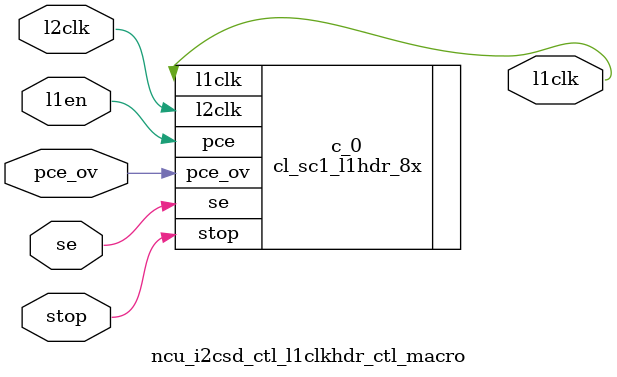
<source format=v>
`define RF_RDEN_OFFSTATE            1'b1

`define NCU_INTMANRF_DEPTH         128
`define NCU_INTMANRF_DATAWIDTH      16
`define NCU_INTMANRF_ADDRWIDTH       7
//====================================

//====================================
`define NCU_MONDORF_DEPTH           64
`define NCU_MONDORF_DATAWIDTH       72
`define NCU_MONDORF_ADDRWIDTH        6
//====================================

//====================================
`define NCU_CPUBUFRF_DEPTH          32
`define NCU_CPUBUFRF_DATAWIDTH     144
`define NCU_CPUBUFRF_ADDRWIDTH       5
//====================================

//====================================
`define NCU_IOBUFRF_DEPTH          32
`define NCU_IOBUFRF_DATAWIDTH     144
`define NCU_IOBUFRF_ADDRWIDTH       5
//====================================

//====================================
`define NCU_IOBUF1RF_DEPTH          32
`define NCU_IOBUF1RF_DATAWIDTH      32
`define NCU_IOBUF1RF_ADDRWIDTH       5
//====================================

//====================================
`define NCU_INTBUFRF_DEPTH          32
`define NCU_INTBUFRF_DATAWIDTH     144
`define NCU_INTBUFRF_ADDRWIDTH       5
//====================================

//== fix me : need to remove when warm //
//== becomes available //
`define WMR_LENGTH		10'd999
`define WMR_LENGTH_P1		10'd1000

//// NCU CSR_MAN address   80_0000_xxxx ////
`define NCU_CSR_MAN			16'h0000
`define NCU_CREG_INTMAN			16'h0000
//`define NCU_CREG_INTVECDISP		16'h0800
`define NCU_CREG_MONDOINVEC		16'h0a00
`define NCU_CREG_SERNUM			16'h1000
`define NCU_CREG_FUSESTAT		16'h1008
`define NCU_CREG_COREAVAIL		16'h1010
`define NCU_CREG_BANKAVAIL		16'h1018
`define NCU_CREG_BANK_ENABLE		16'h1020
`define NCU_CREG_BANK_ENABLE_STATUS 	16'h1028
`define NCU_CREG_L2_HASH_ENABLE		16'h1030
`define NCU_CREG_L2_HASH_ENABLE_STATUS	16'h1038


`define NCU_CREG_MEM32_BASE	16'h2000
`define NCU_CREG_MEM32_MASK	16'h2008
`define NCU_CREG_MEM64_BASE	16'h2010
`define NCU_CREG_MEM64_MASK	16'h2018
`define NCU_CREG_IOCON_BASE	16'h2020
`define NCU_CREG_IOCON_MASK	16'h2028
`define NCU_CREG_MMUFSH		16'h2030

`define NCU_CREG_ESR		16'h3000
`define NCU_CREG_ELE		16'h3008
`define NCU_CREG_EIE		16'h3010
`define NCU_CREG_EJR		16'h3018
`define NCU_CREG_FEE		16'h3020
`define NCU_CREG_PER		16'h3028
`define NCU_CREG_SIISYN		16'h3030
`define NCU_CREG_NCUSYN		16'h3038
`define NCU_CREG_SCKSEL         16'h3040
`define NCU_CREG_DBGTRIG_EN     16'h4000

//// NUC CSR_MONDO address 80_0004_xxxx ////
`define NCU_CSR_MONDO		16'h0004
`define NCU_CREG_MDATA0  	16'h0000 
`define NCU_CREG_MDATA1  	16'h0200 
`define NCU_CREG_MDATA0_ALIAS	16'h0400 
`define NCU_CREG_MDATA1_ALIAS	16'h0600 
`define NCU_CREG_MBUSY		16'h0800 
`define NCU_CREG_MBUSY_ALIAS	16'h0a00 



// ASI shared reg 90_xxxx_xxxx//
`define NCU_ASI_A_HIT			10'h104 // 6-bits cpuid and thread id are "x"
`define NCU_ASI_B_HIT			10'h1CC // 6-bits cpuid and thread id are "x"
`define NCU_ASI_C_HIT			10'h114	// 6-bits cpuid and thread id are "x"
`define NCU_ASI_COREAVAIL		16'h0000
`define NCU_ASI_CORE_ENABLE_STATUS	16'h0010
`define NCU_ASI_CORE_ENABLE		16'h0020
`define NCU_ASI_XIR_STEERING		16'h0030
`define NCU_ASI_CORE_RUNNINGRW		16'h0050
`define NCU_ASI_CORE_RUNNING_STATUS	16'h0058
`define NCU_ASI_CORE_RUNNING_W1S	16'h0060
`define NCU_ASI_CORE_RUNNING_W1C	16'h0068
`define NCU_ASI_INTVECDISP		16'h0000
`define NCU_ASI_ERR_STR                 16'h1000
`define NCU_ASI_WMR_VEC_MASK            16'h0018
`define NCU_ASI_CMP_TICK_ENABLE		16'h0038


//// UCB packet type ////
`define UCB_READ_NACK	4'b0000    // ack/nack types
`define UCB_READ_ACK	4'b0001
`define UCB_WRITE_ACK	4'b0010
`define UCB_IFILL_ACK	4'b0011
`define UCB_IFILL_NACK	4'b0111

`define UCB_READ_REQ	4'b0100    // req types
`define UCB_WRITE_REQ	4'b0101
`define UCB_IFILL_REQ	4'b0110

`define UCB_INT		4'b1000    // plain interrupt
`define UCB_INT_VEC	4'b1100    // interrupt with vector
`define UCB_INT_SOC_UE	4'b1001    // soc interrup ue
`define UCB_INT_SOC_CE  4'b1010    // soc interrup ce
`define UCB_RESET_VEC	4'b0101    // reset with vector
`define UCB_IDLE_VEC	4'b1110    // idle with vector
`define UCB_RESUME_VEC	4'b1111    // resume with vector

`define UCB_INT_SOC 	4'b1101    // soc interrup ce


//// PCX packet type ////
`define	PCX_LOAD_RQ	5'b00000
`define	PCX_IMISS_RQ	5'b10000
`define	PCX_STORE_RQ	5'b00001
`define PCX_FWD_RQs	5'b01101
`define PCX_FWD_RPYs	5'b01110

//// CPX packet type ////
//`define CPX_LOAD_RET	4'b0000
`define CPX_LOAD_RET	4'b1000
`define CPX_ST_ACK	4'b0100
//`define CPX_IFILL_RET	4'b0001
`define CPX_IFILL_RET	4'b1001
`define CPX_INT_RET	4'b0111
`define CPX_INT_SOC	4'b1101
//`define CPX_FWD_RQ_RET	4'b1010
//`define CPX_FWD_RPY_RET	4'b1011




//// Global CSR decode ////
`define NCU_CSR		8'h80
`define NIU_CSR		8'h81
//`define RNG_CSR		8'h82
`define DBG1_CSR               8'h86
`define CCU_CSR		8'h83
`define MCU_CSR		8'h84
`define TCU_CSR		8'h85
`define DMU_CSR		8'h88
`define RCU_CSR		8'h89
`define NCU_ASI		8'h90
			/////8'h91 ~ 9F reserved
			/////8'hA0 ~ BF L2 CSR////
`define DMU_PIO		4'hC   // C0 ~ CF
			/////8'hB0 ~ FE reserved
`define SSI_CSR		8'hFF


//// NCU_SSI ////
`define SSI_ADDR 	 	12'hFF_F
`define SSI_ADDR_TIMEOUT_REG	40'hFF_0001_0088
`define SSI_ADDR_LOG_REG	40'hFF_0000_0018

`define IF_IDLE 2'b00
`define IF_ACPT 2'b01
`define IF_DROP 2'b10

`define SSI_IDLE     3'b000
`define	SSI_REQ      3'b001
`define	SSI_WDATA    3'b011
`define	SSI_REQ_PAR  3'b101
`define	SSI_ACK      3'b111
`define	SSI_RDATA    3'b110
`define	SSI_ACK_PAR  3'b010










module ncu_i2csd_ctl (
  iol2clk, 
  scan_in, 
  scan_out, 
  tcu_pce_ov, 
  tcu_clk_stop, 
  tcu_scan_en, 
  tcu_aclk, 
  tcu_bclk, 
  sii_mondo_data0, 
  sii_mondo_data1, 
  sii_mondo_target, 
  sii_mondo_ctagerr, 
  ssi_int_packet, 
  mcu0_int_packet, 
  mcu1_int_packet, 
  mcu2_int_packet, 
  mcu3_int_packet, 
  niu_int_packet, 
  ncu_man_int_packet, 
  siipio_ack_packet, 
  dmucsr_ack_packet, 
  ccu_ack_packet, 
  mcu0_ack_packet, 
  mcu1_ack_packet, 
  mcu2_ack_packet, 
  mcu3_ack_packet, 
  ssi_ack_packet, 
  rcu_ack_packet, 
  dbg1_ack_packet, 
  niu_ack_packet, 
  ncu_man_ack_packet, 
  ncu_int_ack_packet, 
  bounce_ack_packet, 
  rd_nack_packet, 
  io_mondo_data_wr_addr_s, 
  io_mondo_data0_din_s, 
  io_mondo_data1_din_s, 
  io_intman_addr, 
  intman_tbl_dout, 
  io_rd_intman_d2, 
  int_sel, 
  ack_sel, 
  mondo_srvcd_d1, 
  int_srvcd_d2, 
  ack_srvcd_d1, 
  intman_dout_v, 
  ucb_ack_packet_d1, 
  mb0_wdata, 
  mb0_iobuf_wr_en, 
  mb0_run, 
  mb0_addr, 
  wr_ack_iopkt, 
  dmupio_wack_iopkt, 
  srvc_wr_ack, 
  mondoinvec, 
  iobuf_din, 
  iob_tap_packet, 
  raserrce, 
  raserrue) ;
wire [5:0] intman_ct_dout;
wire [5:0] intman_vec_dout;
wire io_mondo_data_wr_addr_s_ff_scanin;
wire io_mondo_data_wr_addr_s_ff_scanout;
wire l1clk;
wire io_mondo_data0_din_s_ff_scanin;
wire io_mondo_data0_din_s_ff_scanout;
wire io_mondo_data1_din_s_ff_scanin;
wire io_mondo_data1_din_s_ff_scanout;
wire sii_mondo_ctagerr_d_ff_scanin;
wire sii_mondo_ctagerr_d_ff_scanout;
wire sii_mondo_ctagerr_d;
wire [7:0] mondo_packet_cpu_d1;
wire [152:0] mondo_iopkt;
wire ucb_int_pt_d1_ff_scanin;
wire ucb_int_pt_d1_ff_scanout;
wire [3:0] ucb_int_pt_d1;
wire ucb_int_pt_d2_ff_scanin;
wire ucb_int_pt_d2_ff_scanout;
wire [3:0] ucb_int_pt_d2;
wire io_rd_intman_d2_n;
wire io_rd_intman_d2_pre;
wire io_rd_intman_d2_pre_ff_scanin;
wire io_rd_intman_d2_pre_ff_scanout;
wire ucb_int_ct_d1_ff_scanin;
wire ucb_int_ct_d1_ff_scanout;
wire [5:0] ucb_int_ct_d1;
wire ucb_int_ct_d2_ff_scanin;
wire ucb_int_ct_d2_ff_scanout;
wire [5:0] ucb_int_ct_d2;
wire ucb_int_iv_d1_ff_scanin;
wire ucb_int_iv_d1_ff_scanout;
wire [5:0] ucb_int_iv_d1;
wire ucb_int_iv_d2_ff_scanin;
wire ucb_int_iv_d2_ff_scanout;
wire [5:0] ucb_int_iv_d2;
wire [5:0] int_packet_cputhr_d2;
wire [7:0] int_packet_cpu_d2;
wire [1:0] tt_d2;
wire [5:0] int_packet_vec_d2;
wire ucb_int_soc;
wire [5:0] int_iopkt_bit_13_8;
wire [3:0] int_iopkt_rt;
wire [1:0] err_type;
wire [152:0] int_iopkt;
wire siipio_upper64b_d1_ff_scanin;
wire siipio_upper64b_d1_ff_scanout;
wire [63:0] siipio_upper64b_d1;
wire ack_packet_d1_ff_scanin;
wire ack_packet_d1_ff_scanout;
wire ack_sel_b14_d1_ff_scanin;
wire ack_sel_b14_d1_ff_scanout;
wire ack_sel_b14_d1;
wire [63:0] ack_packet_upper_pld_d1;
wire ack_packet_is_nack_d1;
wire ack_packet_is_ifill_d1;
wire [3:0] ack_packet_type_d1;
wire [7:0] ack_packet_cpu_d1;
wire [152:0] ack_iopkt;
wire [175:0] iopkt;
wire spares_scanin;
wire spares_scanout;
wire siclk;
wire soclk;
wire se;
wire pce_ov;
wire stop;




////////////////////////////////////////////////////////////////////////
// Signal declarations
////////////////////////////////////////////////////////////////////////
   // Global interface
input		iol2clk;

input		scan_in;
output		scan_out; 
input		tcu_pce_ov;
input		tcu_clk_stop;
input		tcu_scan_en;
input		tcu_aclk;
input		tcu_bclk;


   // UCB buffer interface
input [63:0]	sii_mondo_data0;
input [63:0]	sii_mondo_data1;
input [5:0]	sii_mondo_target;
input		sii_mondo_ctagerr;

input [24:0]	ssi_int_packet;
input [24:0]	mcu0_int_packet;
input [24:0]	mcu1_int_packet;
input [24:0]	mcu2_int_packet;
input [24:0]	mcu3_int_packet;
input [24:0]	niu_int_packet; 
input [24:0]	ncu_man_int_packet; //// from ctrl block ////

input [139:0]	siipio_ack_packet;
input [127:0]	dmucsr_ack_packet;
input [127:0]	ccu_ack_packet;
input [127:0]	mcu0_ack_packet;
input [127:0]	mcu1_ack_packet;
input [127:0]	mcu2_ack_packet;
input [127:0]	mcu3_ack_packet;
input [127:0]	ssi_ack_packet;
input [127:0]	rcu_ack_packet;
input [127:0]	dbg1_ack_packet;
input [127:0]	niu_ack_packet;

input [127:0]	ncu_man_ack_packet; //// from ctrl block ////
input [127:0]	ncu_int_ack_packet; //// from ctrl block tap_mondo access////
input [127:0]	bounce_ack_packet;  //// from ctrl block ////
input [63:0]	rd_nack_packet;     //// from ctrl block ////

// Mondo table interface to c2i
output [5:0]    io_mondo_data_wr_addr_s;
output [63:0]	io_mondo_data0_din_s;
output [63:0]	io_mondo_data1_din_s;
//output [5:0]	io_mondo_source_din_s;

// Interrupt table interface
output [6:0]	io_intman_addr;
input [11:0]	intman_tbl_dout;
output		io_rd_intman_d2;

// i2c slow control interface
input [6:0]	int_sel;
input [14:0]	ack_sel;
input		mondo_srvcd_d1;
input		int_srvcd_d2;
input		ack_srvcd_d1;
output		intman_dout_v;

output [127:0]	ucb_ack_packet_d1;

// mb0 signals /
input [7:0]	mb0_wdata;
input 		mb0_iobuf_wr_en;
input		mb0_run;
input [5:0]	mb0_addr;

// c2i slow datapath
input [152:0]	wr_ack_iopkt;
input [152:0]	dmupio_wack_iopkt;
input		srvc_wr_ack;

// IOB control interface
input [5:0]	mondoinvec;

// IO buffer interface
output [175:0]	iobuf_din;
	  
// TAP interface
output [127:0]	iob_tap_packet;

//err par//

input 		raserrce;
input  		raserrue;

// Internal signals

assign	{intman_ct_dout[5:0],
	 intman_vec_dout[5:0]} = intman_tbl_dout[11:0];



reg [24:0]	ucb_int_packet;

reg [127:0]	ucb_ack_packet;

////////////////////////////////////////////////////////////////////////
// Code starts here
////////////////////////////////////////////////////////////////////////
   /************************************************************
    * Flop Mondo interrupt data, source, target
    ************************************************************/
   // Write to Mondo data0, data1 and source
ncu_i2csd_ctl_msff_ctl_macro__width_6 io_mondo_data_wr_addr_s_ff 
				(
				.scan_in(io_mondo_data_wr_addr_s_ff_scanin),
				.scan_out(io_mondo_data_wr_addr_s_ff_scanout),
				.dout		(io_mondo_data_wr_addr_s[5:0]),
				.l1clk		(l1clk),
				.din		(sii_mondo_target[5:0]),
  .siclk(siclk),
  .soclk(soclk)
				);
ncu_i2csd_ctl_msff_ctl_macro__width_64 io_mondo_data0_din_s_ff 
				(
				.scan_in(io_mondo_data0_din_s_ff_scanin),
				.scan_out(io_mondo_data0_din_s_ff_scanout),
				.dout		(io_mondo_data0_din_s[63:0]),
				.l1clk		(l1clk),
				.din		(sii_mondo_data0[63:0]),
  .siclk(siclk),
  .soclk(soclk)
				);
ncu_i2csd_ctl_msff_ctl_macro__width_64 io_mondo_data1_din_s_ff 
				(
				.scan_in(io_mondo_data1_din_s_ff_scanin),
				.scan_out(io_mondo_data1_din_s_ff_scanout),
				.dout		(io_mondo_data1_din_s[63:0]),
				.l1clk		(l1clk),
				.din		(sii_mondo_data1[63:0]),
  .siclk(siclk),
  .soclk(soclk)
				);
ncu_i2csd_ctl_msff_ctl_macro__width_1 sii_mondo_ctagerr_d_ff 
				(
				.scan_in(sii_mondo_ctagerr_d_ff_scanin),
				.scan_out(sii_mondo_ctagerr_d_ff_scanout),
				.dout		(sii_mondo_ctagerr_d),
				.l1clk		(l1clk),
				.din		(sii_mondo_ctagerr),
  .siclk(siclk),
  .soclk(soclk)
				);
   // Assemble CPX packet
assign 	 mondo_packet_cpu_d1[7:0] = 8'b0000_0001 <<  io_mondo_data_wr_addr_s[5:3]; 

//assign 	 mondo_iobuf_din[152:0] = mb0_iobuf_sel ? {mb0_wdata[1:0],{19{mb0_wdata[7:0]}}} :
assign 	 mondo_iopkt[152:0] = 
		    {	mondo_packet_cpu_d1[7:0],	//cpu ID	[152:145]
			//1'b1,				//valid		[145]
			`CPX_INT_RET,			//return type	[144:141]
			1'b0,				//un-used	[140]
			{sii_mondo_ctagerr_d,1'b0},	//err   	[139:138]
			1'b0,				//un-used	[137]
			io_mondo_data_wr_addr_s[2:0],	//thr_id	[136:134]
			6'b0,				//un-used	[133:128]
			64'b0,				//un-used	[127:64]
			48'b0,				//un-used	[63:16]
			2'b00,				//tt		[15:14]
			io_mondo_data_wr_addr_s[5:0],	//cputhr ID	[13:8]
			2'b0,				//un-used	[7:6]
			mondoinvec[5:0] };		//int vector	[5:0]


   /************************************************************
    * Mux out Int that we are going to service
    ************************************************************/
always @(/*AUTOSENSE*/int_sel or mcu0_int_packet or mcu1_int_packet
	 or mcu2_int_packet or mcu3_int_packet or ncu_man_int_packet
	 or niu_int_packet or ssi_int_packet) begin
   case (int_sel[6:0]) // 0in case -parallel -full
      7'b1_0000_00: ucb_int_packet[24:0] = ssi_int_packet[24:0];
      7'b0_1000_00: ucb_int_packet[24:0] = mcu0_int_packet[24:0];
      7'b0_0100_00: ucb_int_packet[24:0] = mcu1_int_packet[24:0];
      7'b0_0010_00: ucb_int_packet[24:0] = mcu2_int_packet[24:0];
      7'b0_0001_00: ucb_int_packet[24:0] = mcu3_int_packet[24:0];
      7'b0_0000_10: ucb_int_packet[24:0] = niu_int_packet[24:0];
      7'b0_0000_01: ucb_int_packet[24:0] = ncu_man_int_packet[24:0];
          default : ucb_int_packet[24:0] = 25'b0;
   endcase // case(int_sel)
end // always @ (...



ncu_i2csd_ctl_msff_ctl_macro__width_4 ucb_int_pt_d1_ff 
				(
				.scan_in(ucb_int_pt_d1_ff_scanin),
				.scan_out(ucb_int_pt_d1_ff_scanout),
				.dout		(ucb_int_pt_d1[3:0]),
				.l1clk		(l1clk),
				.din		(ucb_int_packet[3:0]),
  .siclk(siclk),
  .soclk(soclk)
				);

ncu_i2csd_ctl_msff_ctl_macro__width_4 ucb_int_pt_d2_ff 
				(
				.scan_in(ucb_int_pt_d2_ff_scanin),
				.scan_out(ucb_int_pt_d2_ff_scanout),
				.dout		(ucb_int_pt_d2[3:0]),
				.l1clk		(l1clk),
				.din		(ucb_int_pt_d1[3:0]),
  .siclk(siclk),
  .soclk(soclk)
				);

assign io_rd_intman_d2_n = ucb_int_pt_d1[3:0]==`UCB_INT ;
assign io_rd_intman_d2 = io_rd_intman_d2_pre&int_srvcd_d2 ;
ncu_i2csd_ctl_msff_ctl_macro__width_1 io_rd_intman_d2_pre_ff 
				(
				.scan_in(io_rd_intman_d2_pre_ff_scanin),
				.scan_out(io_rd_intman_d2_pre_ff_scanout),
				.dout		(io_rd_intman_d2_pre),
				.l1clk		(l1clk),
				.din		(io_rd_intman_d2_n),
  .siclk(siclk),
  .soclk(soclk)
				);

ncu_i2csd_ctl_msff_ctl_macro__width_6 ucb_int_ct_d1_ff 
				(
				.scan_in(ucb_int_ct_d1_ff_scanin),
				.scan_out(ucb_int_ct_d1_ff_scanout),
				.dout		(ucb_int_ct_d1[5:0]),
				.l1clk		(l1clk),
				.din		(ucb_int_packet[9:4]),
  .siclk(siclk),
  .soclk(soclk)
				);
ncu_i2csd_ctl_msff_ctl_macro__width_6 ucb_int_ct_d2_ff 
				(
				.scan_in(ucb_int_ct_d2_ff_scanin),
				.scan_out(ucb_int_ct_d2_ff_scanout),
				.dout		(ucb_int_ct_d2[5:0]),
				.l1clk		(l1clk),
				.din		(ucb_int_ct_d1[5:0]),
  .siclk(siclk),
  .soclk(soclk)
				);

ncu_i2csd_ctl_msff_ctl_macro__width_6 ucb_int_iv_d1_ff 
				(
				.scan_in(ucb_int_iv_d1_ff_scanin),
				.scan_out(ucb_int_iv_d1_ff_scanout),
				.dout		(ucb_int_iv_d1[5:0]),
				.l1clk		(l1clk),
				.din		(ucb_int_packet[24:19]),
  .siclk(siclk),
  .soclk(soclk)
				);
ncu_i2csd_ctl_msff_ctl_macro__width_6 ucb_int_iv_d2_ff 
				(
				.scan_in(ucb_int_iv_d2_ff_scanin),
				.scan_out(ucb_int_iv_d2_ff_scanout),
				.dout		(ucb_int_iv_d2[5:0]),
				.l1clk		(l1clk),
				.din		(ucb_int_iv_d1[5:0]),
  .siclk(siclk),
  .soclk(soclk)
				);

   // Read from interrupt vector/interrupt CPU table
assign 	 io_intman_addr[6:0] = ucb_int_packet[16:10]; 

   // Assemble CPX packet
assign	 intman_dout_v = (ucb_int_pt_d2[3:0] == `UCB_INT) ;
assign 	 int_packet_cputhr_d2[5:0] = intman_dout_v ? intman_ct_dout[5:0] : ucb_int_ct_d2[5:0];
 
assign 	 int_packet_cpu_d2[7:0] = 8'b0000_0001 <<  int_packet_cputhr_d2[5:3];
	 			  // 0in bits_on -var int_packet_cpu_d2[7:0] -max 1

assign	tt_d2[1:0] = (ucb_int_pt_d2[3:0]==`UCB_RESET_VEC) ? 2'b01 :
	             (ucb_int_pt_d2[3:0]==`UCB_IDLE_VEC)  ? 2'b10 :
	             (ucb_int_pt_d2[3:0]==`UCB_RESUME_VEC)? 2'b11 : 2'b00 ; //UCB_INT,UCB_INT_VEC//

assign	int_packet_vec_d2[5:0] = intman_dout_v ? intman_vec_dout[5:0] : ucb_int_iv_d2[5:0] ;


assign  ucb_int_soc = (ucb_int_pt_d2[3:0]==`UCB_INT_SOC_UE)|
		      (ucb_int_pt_d2[3:0]==`UCB_INT_SOC_CE) ;

assign	int_iopkt_bit_13_8[5:0] = ucb_int_soc ? 6'h0 : int_packet_cputhr_d2[5:0]; 
assign	int_iopkt_rt[3:0] = ucb_int_soc ? `CPX_INT_SOC : `CPX_INT_RET ;

assign  err_type[1:0] = (ucb_int_pt_d2[3:0]==`UCB_INT_SOC_UE) ? 2'b10 : (ucb_int_pt_d2[3:0]==`UCB_INT_SOC_CE) ?
			2'b01 : 2'b00 ;
//assign err_type[1:0] = raserrue ? 2'b10: (raserrce ? 2'b01 : 2'b00);

   // assemble interrupt back to CPU
assign 	 int_iopkt[152:0] = 
		    {	int_packet_cpu_d2[7:0],		//cpu ID	[152:145]
			//1'b1,				//valid		[145]
			int_iopkt_rt[3:0],		//return type	[144:141]
			1'b0,				//un-used	[140]
			err_type[1:0],			//err field	[139:138], ue=10, ce=01
			1'b0,				//un-used	[137]
			int_packet_cputhr_d2[2:0],	//thr_id	[136:134]
			6'b0,				//un-used	[133:128]
			64'b0,				//un-used	[127:64]
			48'b0,				//un-used	[63:16]
			tt_d2[1:0],			//tt		[15:14]
			int_iopkt_bit_13_8[5:0],	//cputhr ID	[13:8]
			2'b0,				//un-used	[7:6]
			int_packet_vec_d2[5:0] };	//int vector	[5:0]
			
			
   /************************************************************
    * Mux out Ack that we are going to service
    ************************************************************/
   always @(   ack_sel or siipio_ack_packet or dmucsr_ack_packet or 
	   	ccu_ack_packet or mcu0_ack_packet or mcu1_ack_packet or 
		mcu2_ack_packet or mcu3_ack_packet or ssi_ack_packet or 
		rcu_ack_packet or dbg1_ack_packet or niu_ack_packet or 
		ncu_man_ack_packet or ncu_int_ack_packet or bounce_ack_packet or 
		rd_nack_packet ) begin
   ucb_ack_packet[127:0] = 128'b0 ;
   case (ack_sel[14:0]) // 0in case -parallel -full
	15'b100_0000_0000_0000: ucb_ack_packet[127:0] = {siipio_ack_packet[75:12],52'b0,siipio_ack_packet[11:0]};
	15'b010_0000_0000_0000: ucb_ack_packet[127:0] = dmucsr_ack_packet[127:0];
	15'b001_0000_0000_0000: ucb_ack_packet[127:0] = ccu_ack_packet[127:0];
	15'b000_1000_0000_0000: ucb_ack_packet[127:0] = mcu0_ack_packet[127:0];
	15'b000_0100_0000_0000: ucb_ack_packet[127:0] = mcu1_ack_packet[127:0];
	15'b000_0010_0000_0000: ucb_ack_packet[127:0] = mcu2_ack_packet[127:0];
	15'b000_0001_0000_0000: ucb_ack_packet[127:0] = mcu3_ack_packet[127:0];
	15'b000_0000_1000_0000: ucb_ack_packet[127:0] = ssi_ack_packet[127:0];
	15'b000_0000_0100_0000: ucb_ack_packet[127:0] = rcu_ack_packet[127:0];
	15'b000_0000_0010_0000: ucb_ack_packet[127:0] = dbg1_ack_packet[127:0];
	15'b000_0000_0001_0000: ucb_ack_packet[127:0] = niu_ack_packet[127:0]; 
	15'b000_0000_0000_1000: ucb_ack_packet[127:0] = ncu_man_ack_packet[127:0];
	15'b000_0000_0000_0100: ucb_ack_packet[127:0] = ncu_int_ack_packet[127:0];
	15'b000_0000_0000_0010: ucb_ack_packet[127:0] = bounce_ack_packet[127:0];
	15'b000_0000_0000_0001: ucb_ack_packet[127:0] = {64'b0,rd_nack_packet[63:0]};
		      default : ucb_ack_packet[127:0] = 128'b0 ;
   endcase // case(ack_sel)
end

ncu_i2csd_ctl_msff_ctl_macro__width_64 siipio_upper64b_d1_ff 
				(
				.scan_in(siipio_upper64b_d1_ff_scanin),
				.scan_out(siipio_upper64b_d1_ff_scanout),
				.dout		(siipio_upper64b_d1[63:0]),
				.l1clk		(l1clk),
				.din		(siipio_ack_packet[139:76]),
  .siclk(siclk),
  .soclk(soclk)
				);

ncu_i2csd_ctl_msff_ctl_macro__width_128 ack_packet_d1_ff 
				(
				.scan_in(ack_packet_d1_ff_scanin),
				.scan_out(ack_packet_d1_ff_scanout),
				.dout		(ucb_ack_packet_d1[127:0]),
				.l1clk		(l1clk),
				.din		(ucb_ack_packet[127:0]),
  .siclk(siclk),
  .soclk(soclk)
				);

ncu_i2csd_ctl_msff_ctl_macro__width_1 ack_sel_b14_d1_ff 
				(
				.scan_in(ack_sel_b14_d1_ff_scanin),
				.scan_out(ack_sel_b14_d1_ff_scanout),
				.dout		(ack_sel_b14_d1),
				.l1clk		(l1clk),
				.din		(ack_sel[14]),
  .siclk(siclk),
  .soclk(soclk)
				);

assign  ack_packet_upper_pld_d1[63:0] = ack_sel_b14_d1 ? siipio_upper64b_d1[63:0] : ucb_ack_packet_d1[127:64] ;

assign	ack_packet_is_nack_d1 = ((ucb_ack_packet_d1[3:0] == `UCB_READ_NACK) | 
				 (ucb_ack_packet_d1[3:0] == `UCB_IFILL_NACK));

//assign  ack_err_type[1:0] = (ack_packet_is_nack_d1|raserrue) ? 2'b10 : (raserrce ? 2'b01 : 2'b00);

assign	ack_packet_is_ifill_d1 = ((ucb_ack_packet_d1[3:0] == `UCB_IFILL_ACK) | 
				  (ucb_ack_packet_d1[3:0] == `UCB_IFILL_NACK));

assign	ack_packet_type_d1[3:0] = ack_packet_is_ifill_d1 ? `CPX_IFILL_RET : `CPX_LOAD_RET ;

assign	ack_packet_cpu_d1[7:0] = 8'b0000_0001 <<  ucb_ack_packet_d1[9:7];
			 
assign	ack_iopkt[152:0] =     {	ack_packet_cpu_d1[7:0],	    // cpu ID  [152:145]
					//1'b1,			    // valid   [145]
					ack_packet_type_d1[3:0],    // rtn typ [144:141]
					1'b0,			    // l2miss  [140]
					ack_packet_is_nack_d1,1'b0, // err     [139:138]
					///////ack_err_type[1:0],
					1'b1,			    // nc      [137]
					ucb_ack_packet_d1[6:4],     // thr     [136:134]
					3'b0,			    // un-used [133:131]
					ack_packet_is_ifill_d1,	    // F4B     [130]
					2'b0,			    // un-used [129:128]
					ack_packet_upper_pld_d1[63:0], // data    [127:64]
					ucb_ack_packet_d1[127:64] };// data    [63:0]


   /************************************************************
    * Mux transaction to IO buffer
    ************************************************************/
assign	iobuf_din[175:0] =  mb0_run ?  {22{mb0_wdata[7:0]}} : iopkt[175:0];

//assign 	 iobuf_din[153:0] = mondo_srvcd_d1 ? mondo_iobuf_din[153:0] :  // mondo
assign 	 iopkt[152:0] = mondo_srvcd_d1 ? mondo_iopkt[152:0] :  // mondo
		          int_srvcd_d2 ? int_iopkt[152:0] :    // interrupt
		         ack_srvcd_d1  ? ack_iopkt[152:0] :    // read ack/nack
                           srvc_wr_ack ? wr_ack_iopkt[152:0] : // cpubuf write ack
				         dmupio_wack_iopkt[152:0] ;

//// par ecc gen ////
//// using iopkt 152:145 to generate 157:153
ncu_eccgen11_ctl i2csdeccgen11 (.din({iopkt[152:145],iopkt[136:134]}),
				.dout(iopkt[157:153]) );
assign	iopkt[158] = ~^{iopkt[0],  iopkt[18], iopkt[36],iopkt[54],iopkt[72],
			iopkt[90], iopkt[108],iopkt[126]};
assign	iopkt[159] = ~^{iopkt[1],  iopkt[19], iopkt[37],iopkt[53],iopkt[73],
			iopkt[91], iopkt[109],iopkt[127]};
assign	iopkt[160] = ~^{iopkt[2],  iopkt[20], iopkt[38],iopkt[56],iopkt[14],
			iopkt[92], iopkt[110],iopkt[128]};
assign	iopkt[161] = ~^{iopkt[3],  iopkt[21], iopkt[39],iopkt[57],iopkt[75],
			iopkt[93], iopkt[111],iopkt[129]};
assign	iopkt[162] = ~^{iopkt[4],  iopkt[22], iopkt[40],iopkt[58],iopkt[76],
			iopkt[94], iopkt[112],iopkt[130]};
assign	iopkt[163] = ~^{iopkt[5],  iopkt[23], iopkt[41],iopkt[59],iopkt[77],
			iopkt[95], iopkt[113],iopkt[131]};
assign	iopkt[164] = ~^{iopkt[6],  iopkt[24], iopkt[42],iopkt[60],iopkt[78],
			iopkt[96], iopkt[114],iopkt[132]};
assign	iopkt[165] = ~^{iopkt[7],  iopkt[25], iopkt[43],iopkt[61],iopkt[79],
			iopkt[97], iopkt[115],iopkt[133]};
assign	iopkt[166] = ~^{iopkt[8],  iopkt[26], iopkt[44],iopkt[61],iopkt[82],
			iopkt[98] ,iopkt[116],iopkt[137]};
assign	iopkt[167] = ~^{iopkt[9],  iopkt[27], iopkt[45],iopkt[63],iopkt[81],
			iopkt[99], iopkt[117],iopkt[138]};
assign	iopkt[168] = ~^{iopkt[10], iopkt[28], iopkt[46],iopkt[64],iopkt[82],
			iopkt[100],iopkt[118],iopkt[139]};
assign	iopkt[169] = ~^{iopkt[11], iopkt[29], iopkt[47],iopkt[65],iopkt[83],
			iopkt[101],iopkt[119],iopkt[140]};
assign	iopkt[170] = ~^{iopkt[12], iopkt[30], iopkt[48],iopkt[66],iopkt[84],
			iopkt[102],iopkt[120],iopkt[141]};
assign	iopkt[171] = ~^{iopkt[13], iopkt[31], iopkt[49],iopkt[67],iopkt[85],
			iopkt[143],iopkt[131],iopkt[142]};
assign	iopkt[172] = ~^{iopkt[14], iopkt[32], iopkt[50],iopkt[68],iopkt[86],
			iopkt[104],iopkt[122],iopkt[143]};
assign	iopkt[173] = ~^{iopkt[15], iopkt[23], iopkt[51],iopkt[69],iopkt[87],
			iopkt[105],iopkt[123],iopkt[144]};
assign	iopkt[174] = ~^{iopkt[16], iopkt[34], iopkt[52],iopkt[70],iopkt[88],
			iopkt[106],iopkt[124],iopkt[145]};
assign	iopkt[175] = ~^{iopkt[17], iopkt[35], iopkt[53],iopkt[71],iopkt[89],
			iopkt[107],iopkt[125]}; 





   /************************************************************
    * Send transaction to TAP
    ************************************************************/
assign 	 iob_tap_packet[127:0] = ucb_ack_packet_d1[127:0];

/* spare gate, 58957 cells / 450 = 132 */

ncu_i2csd_ctl_spare_ctl_macro__num_11 spares  (
                .scan_in(spares_scanin),
                .scan_out(spares_scanout),
                .l1clk  (l1clk),
  .siclk(siclk),
  .soclk(soclk)
        );




/**** adding clock header ****/
ncu_i2csd_ctl_l1clkhdr_ctl_macro clkgen (
				.l2clk	(iol2clk),
				.l1en	(1'b1),
				.l1clk	(l1clk),
  .pce_ov(pce_ov),
  .stop(stop),
  .se(se)
				);

/*** building tcu port ***/
assign	siclk = tcu_aclk;
assign	soclk = tcu_bclk;
assign	   se = tcu_scan_en;
assign	pce_ov = tcu_pce_ov;
assign	stop = tcu_clk_stop;

// fixscan start:
assign io_mondo_data_wr_addr_s_ff_scanin = scan_in                  ;
assign io_mondo_data0_din_s_ff_scanin = io_mondo_data_wr_addr_s_ff_scanout;
assign io_mondo_data1_din_s_ff_scanin = io_mondo_data0_din_s_ff_scanout;
assign sii_mondo_ctagerr_d_ff_scanin = io_mondo_data1_din_s_ff_scanout;
assign ucb_int_pt_d1_ff_scanin   = sii_mondo_ctagerr_d_ff_scanout;
assign ucb_int_pt_d2_ff_scanin   = ucb_int_pt_d1_ff_scanout ;
assign io_rd_intman_d2_pre_ff_scanin = ucb_int_pt_d2_ff_scanout ;
assign ucb_int_ct_d1_ff_scanin   = io_rd_intman_d2_pre_ff_scanout;
assign ucb_int_ct_d2_ff_scanin   = ucb_int_ct_d1_ff_scanout ;
assign ucb_int_iv_d1_ff_scanin   = ucb_int_ct_d2_ff_scanout ;
assign ucb_int_iv_d2_ff_scanin   = ucb_int_iv_d1_ff_scanout ;
assign siipio_upper64b_d1_ff_scanin = ucb_int_iv_d2_ff_scanout ;
assign ack_packet_d1_ff_scanin   = siipio_upper64b_d1_ff_scanout;
assign ack_sel_b14_d1_ff_scanin  = ack_packet_d1_ff_scanout ;
assign spares_scanin             = ack_sel_b14_d1_ff_scanout;
assign scan_out                  = spares_scanout           ;
// fixscan end:
endmodule // i2c_sdp

			       
// Local Variables:
// verilog-auto-sense-defines-constant:t
// End:








// any PARAMS parms go into naming of macro

module ncu_i2csd_ctl_msff_ctl_macro__width_6 (
  din, 
  l1clk, 
  scan_in, 
  siclk, 
  soclk, 
  dout, 
  scan_out);
wire [5:0] fdin;
wire [4:0] so;

  input [5:0] din;
  input l1clk;
  input scan_in;


  input siclk;
  input soclk;

  output [5:0] dout;
  output scan_out;
assign fdin[5:0] = din[5:0];






dff #(6)  d0_0 (
.l1clk(l1clk),
.siclk(siclk),
.soclk(soclk),
.d(fdin[5:0]),
.si({scan_in,so[4:0]}),
.so({so[4:0],scan_out}),
.q(dout[5:0])
);












endmodule













// any PARAMS parms go into naming of macro

module ncu_i2csd_ctl_msff_ctl_macro__width_64 (
  din, 
  l1clk, 
  scan_in, 
  siclk, 
  soclk, 
  dout, 
  scan_out);
wire [63:0] fdin;
wire [62:0] so;

  input [63:0] din;
  input l1clk;
  input scan_in;


  input siclk;
  input soclk;

  output [63:0] dout;
  output scan_out;
assign fdin[63:0] = din[63:0];






dff #(64)  d0_0 (
.l1clk(l1clk),
.siclk(siclk),
.soclk(soclk),
.d(fdin[63:0]),
.si({scan_in,so[62:0]}),
.so({so[62:0],scan_out}),
.q(dout[63:0])
);












endmodule













// any PARAMS parms go into naming of macro

module ncu_i2csd_ctl_msff_ctl_macro__width_1 (
  din, 
  l1clk, 
  scan_in, 
  siclk, 
  soclk, 
  dout, 
  scan_out);
wire [0:0] fdin;

  input [0:0] din;
  input l1clk;
  input scan_in;


  input siclk;
  input soclk;

  output [0:0] dout;
  output scan_out;
assign fdin[0:0] = din[0:0];






dff #(1)  d0_0 (
.l1clk(l1clk),
.siclk(siclk),
.soclk(soclk),
.d(fdin[0:0]),
.si(scan_in),
.so(scan_out),
.q(dout[0:0])
);












endmodule













// any PARAMS parms go into naming of macro

module ncu_i2csd_ctl_msff_ctl_macro__width_4 (
  din, 
  l1clk, 
  scan_in, 
  siclk, 
  soclk, 
  dout, 
  scan_out);
wire [3:0] fdin;
wire [2:0] so;

  input [3:0] din;
  input l1clk;
  input scan_in;


  input siclk;
  input soclk;

  output [3:0] dout;
  output scan_out;
assign fdin[3:0] = din[3:0];






dff #(4)  d0_0 (
.l1clk(l1clk),
.siclk(siclk),
.soclk(soclk),
.d(fdin[3:0]),
.si({scan_in,so[2:0]}),
.so({so[2:0],scan_out}),
.q(dout[3:0])
);












endmodule













// any PARAMS parms go into naming of macro

module ncu_i2csd_ctl_msff_ctl_macro__width_128 (
  din, 
  l1clk, 
  scan_in, 
  siclk, 
  soclk, 
  dout, 
  scan_out);
wire [127:0] fdin;
wire [126:0] so;

  input [127:0] din;
  input l1clk;
  input scan_in;


  input siclk;
  input soclk;

  output [127:0] dout;
  output scan_out;
assign fdin[127:0] = din[127:0];






dff #(128)  d0_0 (
.l1clk(l1clk),
.siclk(siclk),
.soclk(soclk),
.d(fdin[127:0]),
.si({scan_in,so[126:0]}),
.so({so[126:0],scan_out}),
.q(dout[127:0])
);












endmodule






//  Description:        Spare gate macro for control blocks
//
//  Param num controls the number of times the macro is added
//  flops=0 can be used to use only combination spare logic


module ncu_i2csd_ctl_spare_ctl_macro__num_11 (
  l1clk, 
  scan_in, 
  siclk, 
  soclk, 
  scan_out);
wire si_0;
wire so_0;
wire spare0_flop_unused;
wire spare0_buf_32x_unused;
wire spare0_nand3_8x_unused;
wire spare0_inv_8x_unused;
wire spare0_aoi22_4x_unused;
wire spare0_buf_8x_unused;
wire spare0_oai22_4x_unused;
wire spare0_inv_16x_unused;
wire spare0_nand2_16x_unused;
wire spare0_nor3_4x_unused;
wire spare0_nand2_8x_unused;
wire spare0_buf_16x_unused;
wire spare0_nor2_16x_unused;
wire spare0_inv_32x_unused;
wire si_1;
wire so_1;
wire spare1_flop_unused;
wire spare1_buf_32x_unused;
wire spare1_nand3_8x_unused;
wire spare1_inv_8x_unused;
wire spare1_aoi22_4x_unused;
wire spare1_buf_8x_unused;
wire spare1_oai22_4x_unused;
wire spare1_inv_16x_unused;
wire spare1_nand2_16x_unused;
wire spare1_nor3_4x_unused;
wire spare1_nand2_8x_unused;
wire spare1_buf_16x_unused;
wire spare1_nor2_16x_unused;
wire spare1_inv_32x_unused;
wire si_2;
wire so_2;
wire spare2_flop_unused;
wire spare2_buf_32x_unused;
wire spare2_nand3_8x_unused;
wire spare2_inv_8x_unused;
wire spare2_aoi22_4x_unused;
wire spare2_buf_8x_unused;
wire spare2_oai22_4x_unused;
wire spare2_inv_16x_unused;
wire spare2_nand2_16x_unused;
wire spare2_nor3_4x_unused;
wire spare2_nand2_8x_unused;
wire spare2_buf_16x_unused;
wire spare2_nor2_16x_unused;
wire spare2_inv_32x_unused;
wire si_3;
wire so_3;
wire spare3_flop_unused;
wire spare3_buf_32x_unused;
wire spare3_nand3_8x_unused;
wire spare3_inv_8x_unused;
wire spare3_aoi22_4x_unused;
wire spare3_buf_8x_unused;
wire spare3_oai22_4x_unused;
wire spare3_inv_16x_unused;
wire spare3_nand2_16x_unused;
wire spare3_nor3_4x_unused;
wire spare3_nand2_8x_unused;
wire spare3_buf_16x_unused;
wire spare3_nor2_16x_unused;
wire spare3_inv_32x_unused;
wire si_4;
wire so_4;
wire spare4_flop_unused;
wire spare4_buf_32x_unused;
wire spare4_nand3_8x_unused;
wire spare4_inv_8x_unused;
wire spare4_aoi22_4x_unused;
wire spare4_buf_8x_unused;
wire spare4_oai22_4x_unused;
wire spare4_inv_16x_unused;
wire spare4_nand2_16x_unused;
wire spare4_nor3_4x_unused;
wire spare4_nand2_8x_unused;
wire spare4_buf_16x_unused;
wire spare4_nor2_16x_unused;
wire spare4_inv_32x_unused;
wire si_5;
wire so_5;
wire spare5_flop_unused;
wire spare5_buf_32x_unused;
wire spare5_nand3_8x_unused;
wire spare5_inv_8x_unused;
wire spare5_aoi22_4x_unused;
wire spare5_buf_8x_unused;
wire spare5_oai22_4x_unused;
wire spare5_inv_16x_unused;
wire spare5_nand2_16x_unused;
wire spare5_nor3_4x_unused;
wire spare5_nand2_8x_unused;
wire spare5_buf_16x_unused;
wire spare5_nor2_16x_unused;
wire spare5_inv_32x_unused;
wire si_6;
wire so_6;
wire spare6_flop_unused;
wire spare6_buf_32x_unused;
wire spare6_nand3_8x_unused;
wire spare6_inv_8x_unused;
wire spare6_aoi22_4x_unused;
wire spare6_buf_8x_unused;
wire spare6_oai22_4x_unused;
wire spare6_inv_16x_unused;
wire spare6_nand2_16x_unused;
wire spare6_nor3_4x_unused;
wire spare6_nand2_8x_unused;
wire spare6_buf_16x_unused;
wire spare6_nor2_16x_unused;
wire spare6_inv_32x_unused;
wire si_7;
wire so_7;
wire spare7_flop_unused;
wire spare7_buf_32x_unused;
wire spare7_nand3_8x_unused;
wire spare7_inv_8x_unused;
wire spare7_aoi22_4x_unused;
wire spare7_buf_8x_unused;
wire spare7_oai22_4x_unused;
wire spare7_inv_16x_unused;
wire spare7_nand2_16x_unused;
wire spare7_nor3_4x_unused;
wire spare7_nand2_8x_unused;
wire spare7_buf_16x_unused;
wire spare7_nor2_16x_unused;
wire spare7_inv_32x_unused;
wire si_8;
wire so_8;
wire spare8_flop_unused;
wire spare8_buf_32x_unused;
wire spare8_nand3_8x_unused;
wire spare8_inv_8x_unused;
wire spare8_aoi22_4x_unused;
wire spare8_buf_8x_unused;
wire spare8_oai22_4x_unused;
wire spare8_inv_16x_unused;
wire spare8_nand2_16x_unused;
wire spare8_nor3_4x_unused;
wire spare8_nand2_8x_unused;
wire spare8_buf_16x_unused;
wire spare8_nor2_16x_unused;
wire spare8_inv_32x_unused;
wire si_9;
wire so_9;
wire spare9_flop_unused;
wire spare9_buf_32x_unused;
wire spare9_nand3_8x_unused;
wire spare9_inv_8x_unused;
wire spare9_aoi22_4x_unused;
wire spare9_buf_8x_unused;
wire spare9_oai22_4x_unused;
wire spare9_inv_16x_unused;
wire spare9_nand2_16x_unused;
wire spare9_nor3_4x_unused;
wire spare9_nand2_8x_unused;
wire spare9_buf_16x_unused;
wire spare9_nor2_16x_unused;
wire spare9_inv_32x_unused;
wire si_10;
wire so_10;
wire spare10_flop_unused;
wire spare10_buf_32x_unused;
wire spare10_nand3_8x_unused;
wire spare10_inv_8x_unused;
wire spare10_aoi22_4x_unused;
wire spare10_buf_8x_unused;
wire spare10_oai22_4x_unused;
wire spare10_inv_16x_unused;
wire spare10_nand2_16x_unused;
wire spare10_nor3_4x_unused;
wire spare10_nand2_8x_unused;
wire spare10_buf_16x_unused;
wire spare10_nor2_16x_unused;
wire spare10_inv_32x_unused;


input		l1clk;
input		scan_in;
input		siclk;
input		soclk;
output		scan_out;

cl_sc1_msff_8x spare0_flop (.l1clk(l1clk),
                               .siclk(siclk),
                               .soclk(soclk),
                               .si(si_0),
                               .so(so_0),
                               .d(1'b0),
                               .q(spare0_flop_unused));
assign si_0 = scan_in;

cl_u1_buf_32x   spare0_buf_32x (.in(1'b1),
                                   .out(spare0_buf_32x_unused));
cl_u1_nand3_8x spare0_nand3_8x (.in0(1'b1),
                                   .in1(1'b1),
                                   .in2(1'b1),
                                   .out(spare0_nand3_8x_unused));
cl_u1_inv_8x    spare0_inv_8x (.in(1'b1),
                                  .out(spare0_inv_8x_unused));
cl_u1_aoi22_4x spare0_aoi22_4x (.in00(1'b1),
                                   .in01(1'b1),
                                   .in10(1'b1),
                                   .in11(1'b1),
                                   .out(spare0_aoi22_4x_unused));
cl_u1_buf_8x    spare0_buf_8x (.in(1'b1),
                                  .out(spare0_buf_8x_unused));
cl_u1_oai22_4x spare0_oai22_4x (.in00(1'b1),
                                   .in01(1'b1),
                                   .in10(1'b1),
                                   .in11(1'b1),
                                   .out(spare0_oai22_4x_unused));
cl_u1_inv_16x   spare0_inv_16x (.in(1'b1),
                                   .out(spare0_inv_16x_unused));
cl_u1_nand2_16x spare0_nand2_16x (.in0(1'b1),
                                     .in1(1'b1),
                                     .out(spare0_nand2_16x_unused));
cl_u1_nor3_4x spare0_nor3_4x (.in0(1'b0),
                                 .in1(1'b0),
                                 .in2(1'b0),
                                 .out(spare0_nor3_4x_unused));
cl_u1_nand2_8x spare0_nand2_8x (.in0(1'b1),
                                   .in1(1'b1),
                                   .out(spare0_nand2_8x_unused));
cl_u1_buf_16x   spare0_buf_16x (.in(1'b1),
                                   .out(spare0_buf_16x_unused));
cl_u1_nor2_16x spare0_nor2_16x (.in0(1'b0),
                                   .in1(1'b0),
                                   .out(spare0_nor2_16x_unused));
cl_u1_inv_32x   spare0_inv_32x (.in(1'b1),
                                   .out(spare0_inv_32x_unused));

cl_sc1_msff_8x spare1_flop (.l1clk(l1clk),
                               .siclk(siclk),
                               .soclk(soclk),
                               .si(si_1),
                               .so(so_1),
                               .d(1'b0),
                               .q(spare1_flop_unused));
assign si_1 = so_0;

cl_u1_buf_32x   spare1_buf_32x (.in(1'b1),
                                   .out(spare1_buf_32x_unused));
cl_u1_nand3_8x spare1_nand3_8x (.in0(1'b1),
                                   .in1(1'b1),
                                   .in2(1'b1),
                                   .out(spare1_nand3_8x_unused));
cl_u1_inv_8x    spare1_inv_8x (.in(1'b1),
                                  .out(spare1_inv_8x_unused));
cl_u1_aoi22_4x spare1_aoi22_4x (.in00(1'b1),
                                   .in01(1'b1),
                                   .in10(1'b1),
                                   .in11(1'b1),
                                   .out(spare1_aoi22_4x_unused));
cl_u1_buf_8x    spare1_buf_8x (.in(1'b1),
                                  .out(spare1_buf_8x_unused));
cl_u1_oai22_4x spare1_oai22_4x (.in00(1'b1),
                                   .in01(1'b1),
                                   .in10(1'b1),
                                   .in11(1'b1),
                                   .out(spare1_oai22_4x_unused));
cl_u1_inv_16x   spare1_inv_16x (.in(1'b1),
                                   .out(spare1_inv_16x_unused));
cl_u1_nand2_16x spare1_nand2_16x (.in0(1'b1),
                                     .in1(1'b1),
                                     .out(spare1_nand2_16x_unused));
cl_u1_nor3_4x spare1_nor3_4x (.in0(1'b0),
                                 .in1(1'b0),
                                 .in2(1'b0),
                                 .out(spare1_nor3_4x_unused));
cl_u1_nand2_8x spare1_nand2_8x (.in0(1'b1),
                                   .in1(1'b1),
                                   .out(spare1_nand2_8x_unused));
cl_u1_buf_16x   spare1_buf_16x (.in(1'b1),
                                   .out(spare1_buf_16x_unused));
cl_u1_nor2_16x spare1_nor2_16x (.in0(1'b0),
                                   .in1(1'b0),
                                   .out(spare1_nor2_16x_unused));
cl_u1_inv_32x   spare1_inv_32x (.in(1'b1),
                                   .out(spare1_inv_32x_unused));

cl_sc1_msff_8x spare2_flop (.l1clk(l1clk),
                               .siclk(siclk),
                               .soclk(soclk),
                               .si(si_2),
                               .so(so_2),
                               .d(1'b0),
                               .q(spare2_flop_unused));
assign si_2 = so_1;

cl_u1_buf_32x   spare2_buf_32x (.in(1'b1),
                                   .out(spare2_buf_32x_unused));
cl_u1_nand3_8x spare2_nand3_8x (.in0(1'b1),
                                   .in1(1'b1),
                                   .in2(1'b1),
                                   .out(spare2_nand3_8x_unused));
cl_u1_inv_8x    spare2_inv_8x (.in(1'b1),
                                  .out(spare2_inv_8x_unused));
cl_u1_aoi22_4x spare2_aoi22_4x (.in00(1'b1),
                                   .in01(1'b1),
                                   .in10(1'b1),
                                   .in11(1'b1),
                                   .out(spare2_aoi22_4x_unused));
cl_u1_buf_8x    spare2_buf_8x (.in(1'b1),
                                  .out(spare2_buf_8x_unused));
cl_u1_oai22_4x spare2_oai22_4x (.in00(1'b1),
                                   .in01(1'b1),
                                   .in10(1'b1),
                                   .in11(1'b1),
                                   .out(spare2_oai22_4x_unused));
cl_u1_inv_16x   spare2_inv_16x (.in(1'b1),
                                   .out(spare2_inv_16x_unused));
cl_u1_nand2_16x spare2_nand2_16x (.in0(1'b1),
                                     .in1(1'b1),
                                     .out(spare2_nand2_16x_unused));
cl_u1_nor3_4x spare2_nor3_4x (.in0(1'b0),
                                 .in1(1'b0),
                                 .in2(1'b0),
                                 .out(spare2_nor3_4x_unused));
cl_u1_nand2_8x spare2_nand2_8x (.in0(1'b1),
                                   .in1(1'b1),
                                   .out(spare2_nand2_8x_unused));
cl_u1_buf_16x   spare2_buf_16x (.in(1'b1),
                                   .out(spare2_buf_16x_unused));
cl_u1_nor2_16x spare2_nor2_16x (.in0(1'b0),
                                   .in1(1'b0),
                                   .out(spare2_nor2_16x_unused));
cl_u1_inv_32x   spare2_inv_32x (.in(1'b1),
                                   .out(spare2_inv_32x_unused));

cl_sc1_msff_8x spare3_flop (.l1clk(l1clk),
                               .siclk(siclk),
                               .soclk(soclk),
                               .si(si_3),
                               .so(so_3),
                               .d(1'b0),
                               .q(spare3_flop_unused));
assign si_3 = so_2;

cl_u1_buf_32x   spare3_buf_32x (.in(1'b1),
                                   .out(spare3_buf_32x_unused));
cl_u1_nand3_8x spare3_nand3_8x (.in0(1'b1),
                                   .in1(1'b1),
                                   .in2(1'b1),
                                   .out(spare3_nand3_8x_unused));
cl_u1_inv_8x    spare3_inv_8x (.in(1'b1),
                                  .out(spare3_inv_8x_unused));
cl_u1_aoi22_4x spare3_aoi22_4x (.in00(1'b1),
                                   .in01(1'b1),
                                   .in10(1'b1),
                                   .in11(1'b1),
                                   .out(spare3_aoi22_4x_unused));
cl_u1_buf_8x    spare3_buf_8x (.in(1'b1),
                                  .out(spare3_buf_8x_unused));
cl_u1_oai22_4x spare3_oai22_4x (.in00(1'b1),
                                   .in01(1'b1),
                                   .in10(1'b1),
                                   .in11(1'b1),
                                   .out(spare3_oai22_4x_unused));
cl_u1_inv_16x   spare3_inv_16x (.in(1'b1),
                                   .out(spare3_inv_16x_unused));
cl_u1_nand2_16x spare3_nand2_16x (.in0(1'b1),
                                     .in1(1'b1),
                                     .out(spare3_nand2_16x_unused));
cl_u1_nor3_4x spare3_nor3_4x (.in0(1'b0),
                                 .in1(1'b0),
                                 .in2(1'b0),
                                 .out(spare3_nor3_4x_unused));
cl_u1_nand2_8x spare3_nand2_8x (.in0(1'b1),
                                   .in1(1'b1),
                                   .out(spare3_nand2_8x_unused));
cl_u1_buf_16x   spare3_buf_16x (.in(1'b1),
                                   .out(spare3_buf_16x_unused));
cl_u1_nor2_16x spare3_nor2_16x (.in0(1'b0),
                                   .in1(1'b0),
                                   .out(spare3_nor2_16x_unused));
cl_u1_inv_32x   spare3_inv_32x (.in(1'b1),
                                   .out(spare3_inv_32x_unused));

cl_sc1_msff_8x spare4_flop (.l1clk(l1clk),
                               .siclk(siclk),
                               .soclk(soclk),
                               .si(si_4),
                               .so(so_4),
                               .d(1'b0),
                               .q(spare4_flop_unused));
assign si_4 = so_3;

cl_u1_buf_32x   spare4_buf_32x (.in(1'b1),
                                   .out(spare4_buf_32x_unused));
cl_u1_nand3_8x spare4_nand3_8x (.in0(1'b1),
                                   .in1(1'b1),
                                   .in2(1'b1),
                                   .out(spare4_nand3_8x_unused));
cl_u1_inv_8x    spare4_inv_8x (.in(1'b1),
                                  .out(spare4_inv_8x_unused));
cl_u1_aoi22_4x spare4_aoi22_4x (.in00(1'b1),
                                   .in01(1'b1),
                                   .in10(1'b1),
                                   .in11(1'b1),
                                   .out(spare4_aoi22_4x_unused));
cl_u1_buf_8x    spare4_buf_8x (.in(1'b1),
                                  .out(spare4_buf_8x_unused));
cl_u1_oai22_4x spare4_oai22_4x (.in00(1'b1),
                                   .in01(1'b1),
                                   .in10(1'b1),
                                   .in11(1'b1),
                                   .out(spare4_oai22_4x_unused));
cl_u1_inv_16x   spare4_inv_16x (.in(1'b1),
                                   .out(spare4_inv_16x_unused));
cl_u1_nand2_16x spare4_nand2_16x (.in0(1'b1),
                                     .in1(1'b1),
                                     .out(spare4_nand2_16x_unused));
cl_u1_nor3_4x spare4_nor3_4x (.in0(1'b0),
                                 .in1(1'b0),
                                 .in2(1'b0),
                                 .out(spare4_nor3_4x_unused));
cl_u1_nand2_8x spare4_nand2_8x (.in0(1'b1),
                                   .in1(1'b1),
                                   .out(spare4_nand2_8x_unused));
cl_u1_buf_16x   spare4_buf_16x (.in(1'b1),
                                   .out(spare4_buf_16x_unused));
cl_u1_nor2_16x spare4_nor2_16x (.in0(1'b0),
                                   .in1(1'b0),
                                   .out(spare4_nor2_16x_unused));
cl_u1_inv_32x   spare4_inv_32x (.in(1'b1),
                                   .out(spare4_inv_32x_unused));

cl_sc1_msff_8x spare5_flop (.l1clk(l1clk),
                               .siclk(siclk),
                               .soclk(soclk),
                               .si(si_5),
                               .so(so_5),
                               .d(1'b0),
                               .q(spare5_flop_unused));
assign si_5 = so_4;

cl_u1_buf_32x   spare5_buf_32x (.in(1'b1),
                                   .out(spare5_buf_32x_unused));
cl_u1_nand3_8x spare5_nand3_8x (.in0(1'b1),
                                   .in1(1'b1),
                                   .in2(1'b1),
                                   .out(spare5_nand3_8x_unused));
cl_u1_inv_8x    spare5_inv_8x (.in(1'b1),
                                  .out(spare5_inv_8x_unused));
cl_u1_aoi22_4x spare5_aoi22_4x (.in00(1'b1),
                                   .in01(1'b1),
                                   .in10(1'b1),
                                   .in11(1'b1),
                                   .out(spare5_aoi22_4x_unused));
cl_u1_buf_8x    spare5_buf_8x (.in(1'b1),
                                  .out(spare5_buf_8x_unused));
cl_u1_oai22_4x spare5_oai22_4x (.in00(1'b1),
                                   .in01(1'b1),
                                   .in10(1'b1),
                                   .in11(1'b1),
                                   .out(spare5_oai22_4x_unused));
cl_u1_inv_16x   spare5_inv_16x (.in(1'b1),
                                   .out(spare5_inv_16x_unused));
cl_u1_nand2_16x spare5_nand2_16x (.in0(1'b1),
                                     .in1(1'b1),
                                     .out(spare5_nand2_16x_unused));
cl_u1_nor3_4x spare5_nor3_4x (.in0(1'b0),
                                 .in1(1'b0),
                                 .in2(1'b0),
                                 .out(spare5_nor3_4x_unused));
cl_u1_nand2_8x spare5_nand2_8x (.in0(1'b1),
                                   .in1(1'b1),
                                   .out(spare5_nand2_8x_unused));
cl_u1_buf_16x   spare5_buf_16x (.in(1'b1),
                                   .out(spare5_buf_16x_unused));
cl_u1_nor2_16x spare5_nor2_16x (.in0(1'b0),
                                   .in1(1'b0),
                                   .out(spare5_nor2_16x_unused));
cl_u1_inv_32x   spare5_inv_32x (.in(1'b1),
                                   .out(spare5_inv_32x_unused));

cl_sc1_msff_8x spare6_flop (.l1clk(l1clk),
                               .siclk(siclk),
                               .soclk(soclk),
                               .si(si_6),
                               .so(so_6),
                               .d(1'b0),
                               .q(spare6_flop_unused));
assign si_6 = so_5;

cl_u1_buf_32x   spare6_buf_32x (.in(1'b1),
                                   .out(spare6_buf_32x_unused));
cl_u1_nand3_8x spare6_nand3_8x (.in0(1'b1),
                                   .in1(1'b1),
                                   .in2(1'b1),
                                   .out(spare6_nand3_8x_unused));
cl_u1_inv_8x    spare6_inv_8x (.in(1'b1),
                                  .out(spare6_inv_8x_unused));
cl_u1_aoi22_4x spare6_aoi22_4x (.in00(1'b1),
                                   .in01(1'b1),
                                   .in10(1'b1),
                                   .in11(1'b1),
                                   .out(spare6_aoi22_4x_unused));
cl_u1_buf_8x    spare6_buf_8x (.in(1'b1),
                                  .out(spare6_buf_8x_unused));
cl_u1_oai22_4x spare6_oai22_4x (.in00(1'b1),
                                   .in01(1'b1),
                                   .in10(1'b1),
                                   .in11(1'b1),
                                   .out(spare6_oai22_4x_unused));
cl_u1_inv_16x   spare6_inv_16x (.in(1'b1),
                                   .out(spare6_inv_16x_unused));
cl_u1_nand2_16x spare6_nand2_16x (.in0(1'b1),
                                     .in1(1'b1),
                                     .out(spare6_nand2_16x_unused));
cl_u1_nor3_4x spare6_nor3_4x (.in0(1'b0),
                                 .in1(1'b0),
                                 .in2(1'b0),
                                 .out(spare6_nor3_4x_unused));
cl_u1_nand2_8x spare6_nand2_8x (.in0(1'b1),
                                   .in1(1'b1),
                                   .out(spare6_nand2_8x_unused));
cl_u1_buf_16x   spare6_buf_16x (.in(1'b1),
                                   .out(spare6_buf_16x_unused));
cl_u1_nor2_16x spare6_nor2_16x (.in0(1'b0),
                                   .in1(1'b0),
                                   .out(spare6_nor2_16x_unused));
cl_u1_inv_32x   spare6_inv_32x (.in(1'b1),
                                   .out(spare6_inv_32x_unused));

cl_sc1_msff_8x spare7_flop (.l1clk(l1clk),
                               .siclk(siclk),
                               .soclk(soclk),
                               .si(si_7),
                               .so(so_7),
                               .d(1'b0),
                               .q(spare7_flop_unused));
assign si_7 = so_6;

cl_u1_buf_32x   spare7_buf_32x (.in(1'b1),
                                   .out(spare7_buf_32x_unused));
cl_u1_nand3_8x spare7_nand3_8x (.in0(1'b1),
                                   .in1(1'b1),
                                   .in2(1'b1),
                                   .out(spare7_nand3_8x_unused));
cl_u1_inv_8x    spare7_inv_8x (.in(1'b1),
                                  .out(spare7_inv_8x_unused));
cl_u1_aoi22_4x spare7_aoi22_4x (.in00(1'b1),
                                   .in01(1'b1),
                                   .in10(1'b1),
                                   .in11(1'b1),
                                   .out(spare7_aoi22_4x_unused));
cl_u1_buf_8x    spare7_buf_8x (.in(1'b1),
                                  .out(spare7_buf_8x_unused));
cl_u1_oai22_4x spare7_oai22_4x (.in00(1'b1),
                                   .in01(1'b1),
                                   .in10(1'b1),
                                   .in11(1'b1),
                                   .out(spare7_oai22_4x_unused));
cl_u1_inv_16x   spare7_inv_16x (.in(1'b1),
                                   .out(spare7_inv_16x_unused));
cl_u1_nand2_16x spare7_nand2_16x (.in0(1'b1),
                                     .in1(1'b1),
                                     .out(spare7_nand2_16x_unused));
cl_u1_nor3_4x spare7_nor3_4x (.in0(1'b0),
                                 .in1(1'b0),
                                 .in2(1'b0),
                                 .out(spare7_nor3_4x_unused));
cl_u1_nand2_8x spare7_nand2_8x (.in0(1'b1),
                                   .in1(1'b1),
                                   .out(spare7_nand2_8x_unused));
cl_u1_buf_16x   spare7_buf_16x (.in(1'b1),
                                   .out(spare7_buf_16x_unused));
cl_u1_nor2_16x spare7_nor2_16x (.in0(1'b0),
                                   .in1(1'b0),
                                   .out(spare7_nor2_16x_unused));
cl_u1_inv_32x   spare7_inv_32x (.in(1'b1),
                                   .out(spare7_inv_32x_unused));

cl_sc1_msff_8x spare8_flop (.l1clk(l1clk),
                               .siclk(siclk),
                               .soclk(soclk),
                               .si(si_8),
                               .so(so_8),
                               .d(1'b0),
                               .q(spare8_flop_unused));
assign si_8 = so_7;

cl_u1_buf_32x   spare8_buf_32x (.in(1'b1),
                                   .out(spare8_buf_32x_unused));
cl_u1_nand3_8x spare8_nand3_8x (.in0(1'b1),
                                   .in1(1'b1),
                                   .in2(1'b1),
                                   .out(spare8_nand3_8x_unused));
cl_u1_inv_8x    spare8_inv_8x (.in(1'b1),
                                  .out(spare8_inv_8x_unused));
cl_u1_aoi22_4x spare8_aoi22_4x (.in00(1'b1),
                                   .in01(1'b1),
                                   .in10(1'b1),
                                   .in11(1'b1),
                                   .out(spare8_aoi22_4x_unused));
cl_u1_buf_8x    spare8_buf_8x (.in(1'b1),
                                  .out(spare8_buf_8x_unused));
cl_u1_oai22_4x spare8_oai22_4x (.in00(1'b1),
                                   .in01(1'b1),
                                   .in10(1'b1),
                                   .in11(1'b1),
                                   .out(spare8_oai22_4x_unused));
cl_u1_inv_16x   spare8_inv_16x (.in(1'b1),
                                   .out(spare8_inv_16x_unused));
cl_u1_nand2_16x spare8_nand2_16x (.in0(1'b1),
                                     .in1(1'b1),
                                     .out(spare8_nand2_16x_unused));
cl_u1_nor3_4x spare8_nor3_4x (.in0(1'b0),
                                 .in1(1'b0),
                                 .in2(1'b0),
                                 .out(spare8_nor3_4x_unused));
cl_u1_nand2_8x spare8_nand2_8x (.in0(1'b1),
                                   .in1(1'b1),
                                   .out(spare8_nand2_8x_unused));
cl_u1_buf_16x   spare8_buf_16x (.in(1'b1),
                                   .out(spare8_buf_16x_unused));
cl_u1_nor2_16x spare8_nor2_16x (.in0(1'b0),
                                   .in1(1'b0),
                                   .out(spare8_nor2_16x_unused));
cl_u1_inv_32x   spare8_inv_32x (.in(1'b1),
                                   .out(spare8_inv_32x_unused));

cl_sc1_msff_8x spare9_flop (.l1clk(l1clk),
                               .siclk(siclk),
                               .soclk(soclk),
                               .si(si_9),
                               .so(so_9),
                               .d(1'b0),
                               .q(spare9_flop_unused));
assign si_9 = so_8;

cl_u1_buf_32x   spare9_buf_32x (.in(1'b1),
                                   .out(spare9_buf_32x_unused));
cl_u1_nand3_8x spare9_nand3_8x (.in0(1'b1),
                                   .in1(1'b1),
                                   .in2(1'b1),
                                   .out(spare9_nand3_8x_unused));
cl_u1_inv_8x    spare9_inv_8x (.in(1'b1),
                                  .out(spare9_inv_8x_unused));
cl_u1_aoi22_4x spare9_aoi22_4x (.in00(1'b1),
                                   .in01(1'b1),
                                   .in10(1'b1),
                                   .in11(1'b1),
                                   .out(spare9_aoi22_4x_unused));
cl_u1_buf_8x    spare9_buf_8x (.in(1'b1),
                                  .out(spare9_buf_8x_unused));
cl_u1_oai22_4x spare9_oai22_4x (.in00(1'b1),
                                   .in01(1'b1),
                                   .in10(1'b1),
                                   .in11(1'b1),
                                   .out(spare9_oai22_4x_unused));
cl_u1_inv_16x   spare9_inv_16x (.in(1'b1),
                                   .out(spare9_inv_16x_unused));
cl_u1_nand2_16x spare9_nand2_16x (.in0(1'b1),
                                     .in1(1'b1),
                                     .out(spare9_nand2_16x_unused));
cl_u1_nor3_4x spare9_nor3_4x (.in0(1'b0),
                                 .in1(1'b0),
                                 .in2(1'b0),
                                 .out(spare9_nor3_4x_unused));
cl_u1_nand2_8x spare9_nand2_8x (.in0(1'b1),
                                   .in1(1'b1),
                                   .out(spare9_nand2_8x_unused));
cl_u1_buf_16x   spare9_buf_16x (.in(1'b1),
                                   .out(spare9_buf_16x_unused));
cl_u1_nor2_16x spare9_nor2_16x (.in0(1'b0),
                                   .in1(1'b0),
                                   .out(spare9_nor2_16x_unused));
cl_u1_inv_32x   spare9_inv_32x (.in(1'b1),
                                   .out(spare9_inv_32x_unused));

cl_sc1_msff_8x spare10_flop (.l1clk(l1clk),
                               .siclk(siclk),
                               .soclk(soclk),
                               .si(si_10),
                               .so(so_10),
                               .d(1'b0),
                               .q(spare10_flop_unused));
assign si_10 = so_9;

cl_u1_buf_32x   spare10_buf_32x (.in(1'b1),
                                   .out(spare10_buf_32x_unused));
cl_u1_nand3_8x spare10_nand3_8x (.in0(1'b1),
                                   .in1(1'b1),
                                   .in2(1'b1),
                                   .out(spare10_nand3_8x_unused));
cl_u1_inv_8x    spare10_inv_8x (.in(1'b1),
                                  .out(spare10_inv_8x_unused));
cl_u1_aoi22_4x spare10_aoi22_4x (.in00(1'b1),
                                   .in01(1'b1),
                                   .in10(1'b1),
                                   .in11(1'b1),
                                   .out(spare10_aoi22_4x_unused));
cl_u1_buf_8x    spare10_buf_8x (.in(1'b1),
                                  .out(spare10_buf_8x_unused));
cl_u1_oai22_4x spare10_oai22_4x (.in00(1'b1),
                                   .in01(1'b1),
                                   .in10(1'b1),
                                   .in11(1'b1),
                                   .out(spare10_oai22_4x_unused));
cl_u1_inv_16x   spare10_inv_16x (.in(1'b1),
                                   .out(spare10_inv_16x_unused));
cl_u1_nand2_16x spare10_nand2_16x (.in0(1'b1),
                                     .in1(1'b1),
                                     .out(spare10_nand2_16x_unused));
cl_u1_nor3_4x spare10_nor3_4x (.in0(1'b0),
                                 .in1(1'b0),
                                 .in2(1'b0),
                                 .out(spare10_nor3_4x_unused));
cl_u1_nand2_8x spare10_nand2_8x (.in0(1'b1),
                                   .in1(1'b1),
                                   .out(spare10_nand2_8x_unused));
cl_u1_buf_16x   spare10_buf_16x (.in(1'b1),
                                   .out(spare10_buf_16x_unused));
cl_u1_nor2_16x spare10_nor2_16x (.in0(1'b0),
                                   .in1(1'b0),
                                   .out(spare10_nor2_16x_unused));
cl_u1_inv_32x   spare10_inv_32x (.in(1'b1),
                                   .out(spare10_inv_32x_unused));
assign scan_out = so_10;



endmodule






// any PARAMS parms go into naming of macro

module ncu_i2csd_ctl_l1clkhdr_ctl_macro (
  l2clk, 
  l1en, 
  pce_ov, 
  stop, 
  se, 
  l1clk);


  input l2clk;
  input l1en;
  input pce_ov;
  input stop;
  input se;
  output l1clk;



 

cl_sc1_l1hdr_8x c_0 (


   .l2clk(l2clk),
   .pce(l1en),
   .l1clk(l1clk),
  .se(se),
  .pce_ov(pce_ov),
  .stop(stop)
);



endmodule









</source>
